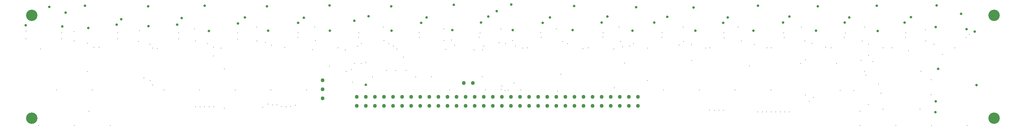
<source format=gbr>
%TF.GenerationSoftware,Altium Limited,Altium Designer,24.9.1 (31)*%
G04 Layer_Color=0*
%FSLAX45Y45*%
%MOMM*%
%TF.SameCoordinates,261FE19A-EF30-4485-92B3-4F91B7BE389E*%
%TF.FilePolarity,Positive*%
%TF.FileFunction,Plated,1,4,PTH,Drill*%
%TF.Part,Single*%
G01*
G75*
%TA.AperFunction,ComponentDrill*%
%ADD58C,1.10000*%
%ADD59C,1.10000*%
%TA.AperFunction,ViaDrill,NotFilled*%
%ADD60C,0.30000*%
%ADD61C,0.71120*%
%ADD62C,3.20000*%
D58*
X12738100Y1333500D02*
D03*
X12992101D02*
D03*
X13549899Y939800D02*
D03*
Y685800D02*
D03*
X13803899Y939800D02*
D03*
Y685800D02*
D03*
X14057899Y939800D02*
D03*
X14311899D02*
D03*
X14565900D02*
D03*
X14057899Y685800D02*
D03*
X14311899D02*
D03*
X14565900D02*
D03*
X15835899Y939800D02*
D03*
Y685800D02*
D03*
X16343900Y939800D02*
D03*
Y685800D02*
D03*
X16851900Y939800D02*
D03*
Y685800D02*
D03*
X17359898Y939800D02*
D03*
Y685800D02*
D03*
X17613899D02*
D03*
Y939800D02*
D03*
X17105899Y685800D02*
D03*
Y939800D02*
D03*
X16597899Y685800D02*
D03*
Y939800D02*
D03*
X16089899Y685800D02*
D03*
Y939800D02*
D03*
X15581898Y685800D02*
D03*
Y939800D02*
D03*
X15327899Y685800D02*
D03*
Y939800D02*
D03*
X15073898Y685800D02*
D03*
Y939800D02*
D03*
X14819899Y685800D02*
D03*
Y939800D02*
D03*
X13295898Y685800D02*
D03*
X13041899D02*
D03*
X13295898Y939800D02*
D03*
X13041899D02*
D03*
X12787899Y685800D02*
D03*
X12533899D02*
D03*
X12279899D02*
D03*
X12025899D02*
D03*
X11771899D02*
D03*
X11517899D02*
D03*
X11263899D02*
D03*
X11009899D02*
D03*
X10755899D02*
D03*
X10501899D02*
D03*
X10247899D02*
D03*
X9993899D02*
D03*
X9739899D02*
D03*
X12787899Y939800D02*
D03*
X12533899D02*
D03*
X12279899D02*
D03*
X12025899D02*
D03*
X11771899D02*
D03*
X11517899D02*
D03*
X11263899D02*
D03*
X11009899D02*
D03*
X10755899D02*
D03*
X10501899D02*
D03*
X10247899D02*
D03*
X9993899D02*
D03*
X9739899D02*
D03*
D59*
X8788400Y901700D02*
D03*
Y1155700D02*
D03*
Y1409700D02*
D03*
D60*
X26806799Y2606672D02*
D03*
X13728700Y2463800D02*
D03*
X11052100Y2057400D02*
D03*
X11391900Y1498600D02*
D03*
X11125200Y1689100D02*
D03*
X8978900Y1803400D02*
D03*
X10833100Y1676400D02*
D03*
X9601200Y1714500D02*
D03*
X10579100Y1689100D02*
D03*
X10185400Y1498600D02*
D03*
X9626600Y1358900D02*
D03*
X10487028Y2905400D02*
D03*
X13258800Y1511300D02*
D03*
X11836400D02*
D03*
X9994900Y1917700D02*
D03*
X25831799Y1003300D02*
D03*
X26837701Y135900D02*
D03*
X25837701D02*
D03*
X24837701D02*
D03*
X23837701D02*
D03*
X21337701Y1135900D02*
D03*
X20337701D02*
D03*
X19337701D02*
D03*
X18337701D02*
D03*
X14337701D02*
D03*
X13337701D02*
D03*
X12337700D02*
D03*
X8337700D02*
D03*
X7337700D02*
D03*
X6337700D02*
D03*
X5337700D02*
D03*
X4337700D02*
D03*
X2837700Y135900D02*
D03*
X2337700Y1135900D02*
D03*
X1837700Y135900D02*
D03*
X1337700Y1135900D02*
D03*
X837700Y135900D02*
D03*
X23837698Y535900D02*
D03*
X2237700D02*
D03*
X13792200Y1155700D02*
D03*
X13804984Y1244516D02*
D03*
X24001266Y1551907D02*
D03*
X25117429Y2740300D02*
D03*
X23420534Y2733007D02*
D03*
X21717000Y2616200D02*
D03*
X21701128Y2740300D02*
D03*
X20018372D02*
D03*
X18297528D02*
D03*
X17891129Y2308500D02*
D03*
X16646529Y2740300D02*
D03*
X16078200Y2298700D02*
D03*
X14909801Y2616200D02*
D03*
X14893929Y2740300D02*
D03*
X13197034Y2733007D02*
D03*
X11493500Y2616200D02*
D03*
X10502900Y2527300D02*
D03*
X11490328Y2740300D02*
D03*
X9801228D02*
D03*
X8099428D02*
D03*
X7731128Y2330200D02*
D03*
X5562600Y2438400D02*
D03*
X6410328Y2740300D02*
D03*
Y2568300D02*
D03*
X5727700Y2336800D02*
D03*
X4759328Y2740300D02*
D03*
Y2574102D02*
D03*
X3044828Y2740300D02*
D03*
Y2574102D02*
D03*
X1482728Y2740300D02*
D03*
Y2574102D02*
D03*
X13296899Y2374900D02*
D03*
X13030200Y2257400D02*
D03*
X13268327Y2263500D02*
D03*
X14185899Y2374900D02*
D03*
X16941800Y2286000D02*
D03*
X13892067Y1120107D02*
D03*
X14147800Y1333500D02*
D03*
X13982700Y1130300D02*
D03*
X9423400Y2260767D02*
D03*
X12484100Y2400300D02*
D03*
X17132300Y2501900D02*
D03*
X17386301Y2374900D02*
D03*
X23657593Y1119333D02*
D03*
X19621500Y566251D02*
D03*
X24358968Y1308467D02*
D03*
X15363828Y1104600D02*
D03*
X10642600Y2438400D02*
D03*
X12230874Y2278233D02*
D03*
X24076300Y2111372D02*
D03*
X22489194Y2449367D02*
D03*
X20881972Y2415900D02*
D03*
X19116672Y2403200D02*
D03*
X20736932Y1813079D02*
D03*
X17881599Y1397000D02*
D03*
X3962400D02*
D03*
X4025900Y1270000D02*
D03*
X23967799Y2905820D02*
D03*
X24193500Y1930400D02*
D03*
X24485600Y596900D02*
D03*
X25514301D02*
D03*
X25831799Y1422400D02*
D03*
X26898599Y2692400D02*
D03*
X9867900Y2438400D02*
D03*
Y1879600D02*
D03*
X8089900Y2616200D02*
D03*
X9766300Y2362200D02*
D03*
X9791700Y2616200D02*
D03*
X13169901D02*
D03*
X20027901Y2603500D02*
D03*
X16637000Y2622001D02*
D03*
X18288000Y2616200D02*
D03*
X18897600Y2501900D02*
D03*
X18770599Y2400300D02*
D03*
X15328900Y2857500D02*
D03*
X13779500D02*
D03*
X20421600Y2908300D02*
D03*
X17094200D02*
D03*
X18884900D02*
D03*
X25666699Y2832100D02*
D03*
X17183099Y2349500D02*
D03*
X26492200Y2324100D02*
D03*
X23393401Y2616200D02*
D03*
X19634283Y2324184D02*
D03*
X14109700Y2527300D02*
D03*
X22313901Y1981200D02*
D03*
X22303706Y988867D02*
D03*
X21729700Y520700D02*
D03*
X21348700D02*
D03*
X19510100Y2314572D02*
D03*
X21218301Y520700D02*
D03*
X19126199Y1968500D02*
D03*
X17246600Y1892300D02*
D03*
X9448800Y1663700D02*
D03*
X25196800Y2235200D02*
D03*
X23863300Y1965302D02*
D03*
X14389101Y2311400D02*
D03*
X14516100Y2324100D02*
D03*
X15455901Y1574800D02*
D03*
X5740400Y660400D02*
D03*
X5613400D02*
D03*
X5359400D02*
D03*
X6032500Y622300D02*
D03*
X2387600Y2336800D02*
D03*
X2197100Y1651000D02*
D03*
X24079201Y2425700D02*
D03*
X22199600Y2908300D02*
D03*
X8562972Y2905400D02*
D03*
X6943728D02*
D03*
X13906500Y2438400D02*
D03*
X23964900Y1663700D02*
D03*
X23177499Y1879600D02*
D03*
X22174200D02*
D03*
X25539700Y1663700D02*
D03*
X26149301Y2133600D02*
D03*
X24066499Y723900D02*
D03*
X24422099Y1041400D02*
D03*
X24725198Y2324100D02*
D03*
X23025101D02*
D03*
X23279100Y1117600D02*
D03*
X21348700Y2324100D02*
D03*
X22529800Y927100D02*
D03*
X22415500Y812800D02*
D03*
X25907999Y2425700D02*
D03*
X24485600Y2324100D02*
D03*
X22872701Y2336800D02*
D03*
X21234399Y2324100D02*
D03*
X8020029Y699716D02*
D03*
X8509087Y2269475D02*
D03*
X16954500Y1193800D02*
D03*
X12395200Y2540000D02*
D03*
X889000Y2286000D02*
D03*
X2527300Y2336800D02*
D03*
X4025900Y2311400D02*
D03*
X4152900Y2298700D02*
D03*
X5727700Y2095500D02*
D03*
X9220200Y2324100D02*
D03*
X9678671Y1880871D02*
D03*
X7353300Y2400300D02*
D03*
X10769600Y2374900D02*
D03*
X16230600Y2324100D02*
D03*
X19761200Y562000D02*
D03*
X19888200D02*
D03*
X20002499D02*
D03*
X21107401Y520700D02*
D03*
X20967700D02*
D03*
X21475700D02*
D03*
X21602699D02*
D03*
X21856700D02*
D03*
X10871200Y2286000D02*
D03*
X7886700Y673100D02*
D03*
X7505700Y723900D02*
D03*
X7632700Y673100D02*
D03*
X7112000Y647700D02*
D03*
X17487900Y2438400D02*
D03*
X15646400D02*
D03*
X20510500Y2514600D02*
D03*
X7759700Y660400D02*
D03*
X7378700Y714400D02*
D03*
X7251700Y736600D02*
D03*
X6032500Y1727200D02*
D03*
X5943600Y2311400D02*
D03*
X5232400Y660400D02*
D03*
X5473700D02*
D03*
X7188200Y2476500D02*
D03*
X5232400Y2514600D02*
D03*
X3784600Y1473200D02*
D03*
X3949700Y2425700D02*
D03*
X2197100Y2451100D02*
D03*
X25107899Y2616200D02*
D03*
X6946900Y2517800D02*
D03*
X1828800Y2514600D02*
D03*
X25679401D02*
D03*
X23901401D02*
D03*
X22288499D02*
D03*
X15506700Y2501900D02*
D03*
X12192000Y2527300D02*
D03*
X12179300Y2857500D02*
D03*
X8585200Y2527300D02*
D03*
X5194300Y2857500D02*
D03*
X3657600Y2806700D02*
D03*
X3632200Y2501900D02*
D03*
X482600Y2578100D02*
D03*
X1828800Y2781300D02*
D03*
X482600Y2794000D02*
D03*
D61*
X13665199Y3352800D02*
D03*
X10706100Y3492500D02*
D03*
X9677400Y3086100D02*
D03*
X9994900Y1282700D02*
D03*
X10071100Y3213100D02*
D03*
X26670001Y3276600D02*
D03*
X25958801Y2908300D02*
D03*
X27096219Y1271770D02*
D03*
X18072099Y3035300D02*
D03*
X17462500Y2806700D02*
D03*
X17564101Y3467100D02*
D03*
X18436606Y3196606D02*
D03*
X16598900Y3035300D02*
D03*
X25958801Y812800D02*
D03*
X1498600Y2921000D02*
D03*
X27051001Y2781300D02*
D03*
X25082500Y3035300D02*
D03*
X23406100D02*
D03*
X21678900D02*
D03*
X20002499Y3022600D02*
D03*
X14947900D02*
D03*
X13220700Y3035300D02*
D03*
X11544300Y3022600D02*
D03*
X8102600D02*
D03*
X6413500Y3009900D02*
D03*
X4711700Y2971800D02*
D03*
X3022600D02*
D03*
X1134086Y3473742D02*
D03*
X25984201Y3517900D02*
D03*
X24307800Y3505200D02*
D03*
X22656799Y3492500D02*
D03*
X20980400Y3505200D02*
D03*
X19177000Y3454400D02*
D03*
X12458700Y3530600D02*
D03*
X2133600Y3505200D02*
D03*
X3898900Y3492500D02*
D03*
X5486400Y3505200D02*
D03*
X7226300Y3492500D02*
D03*
X8978900Y3517900D02*
D03*
X14071600Y3543300D02*
D03*
X15833115Y3497562D02*
D03*
X26022299Y1727200D02*
D03*
X25946100Y508000D02*
D03*
X24333200Y2794000D02*
D03*
X22606000Y2806700D02*
D03*
X20853400D02*
D03*
X19227800D02*
D03*
X15786099Y2819400D02*
D03*
X14109700D02*
D03*
X12420600D02*
D03*
X26822400Y2844800D02*
D03*
X25260300Y3187700D02*
D03*
X23533099Y3175000D02*
D03*
X21856700Y3200400D02*
D03*
X20129500Y3175000D02*
D03*
X16764000Y3200400D02*
D03*
X15151100Y3175000D02*
D03*
X13427753Y3197544D02*
D03*
X11696700Y3175000D02*
D03*
X8261642Y3166086D02*
D03*
X10718800Y2806700D02*
D03*
X8991600D02*
D03*
X7264400D02*
D03*
X6610642Y3178786D02*
D03*
X4838700Y3162300D02*
D03*
X3911600Y2933700D02*
D03*
X2222500Y2882900D02*
D03*
X3149600Y3124200D02*
D03*
X469900Y2959100D02*
D03*
X1587500Y3314700D02*
D03*
X5600700Y2794000D02*
D03*
D62*
X27590799Y342900D02*
D03*
X640800D02*
D03*
Y3235100D02*
D03*
X27590799D02*
D03*
%TF.MD5,8ef65d9161b79d1f98fc044d12ec2c07*%
M02*

</source>
